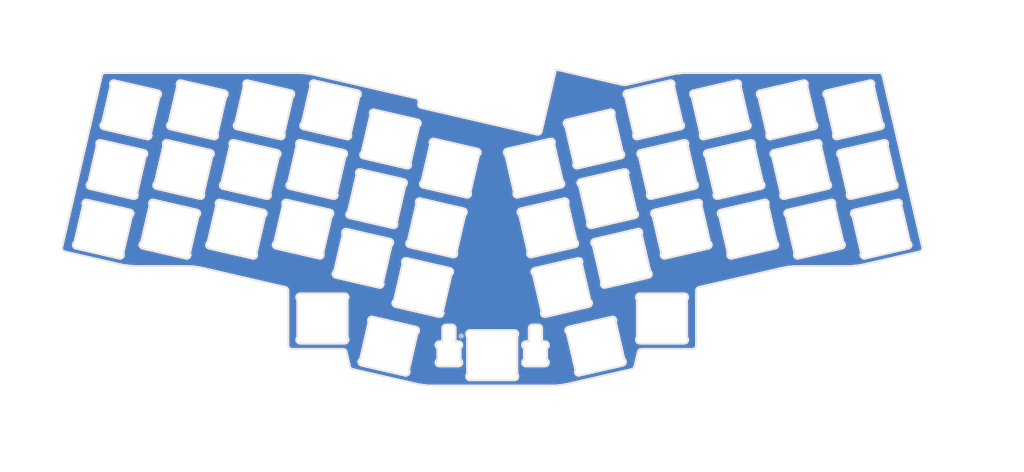
<source format=kicad_pcb>
(kicad_pcb (version 20171130) (host pcbnew 5.1.9)
  (layers (0 F.Cu signal) (31 B.Cu signal) (34 B.Paste user hide) (35 F.Paste user hide) (36 B.SilkS user) (37 F.SilkS user) (38 B.Mask user) (39 F.Mask user) (44 Edge.Cuts user))
  (net 0 "")
  (module keeblib:rev41lp_edgecutSwitchPlate (layer F.Cu) (at 143.469331 59.724862)
    (fp_text reference rev41lp_edgecutSwitchPlate hide)
    (fp_text value rev41lp_edgecutSwitchPlate)
    (fp_line (start 37.146773 3.355529) (end 49.460861 0.512598) (layer Edge.Cuts) (width 0.2))
    (fp_line (start 17.652512 -0.937338) (end 36.246969 3.355529) (layer Edge.Cuts) (width 0.2))
    (fp_line (start 13.652882 16.386961) (end 17.652512 -0.937338) (layer Edge.Cuts) (width 0.2))
    (fp_line (start -19.720137 9.708496) (end 12.453561 17.13638) (layer Edge.Cuts) (width 0.2))
    (fp_line (start -20.408819 8.246095) (end -20.469556 8.509175) (layer Edge.Cuts) (width 0.2))
    (fp_line (start -49.460861 0.512598) (end -21.158238 7.046774) (layer Edge.Cuts) (width 0.2))
    (fp_line (start -107.33246 0) (end -53.959882 0) (layer Edge.Cuts) (width 0.2))
    (fp_line (start -119.323515 48.493552) (end -108.30683 0.775048) (layer Edge.Cuts) (width 0.2))
    (fp_line (start -103.255744 53.229393) (end -118.574096 49.692873) (layer Edge.Cuts) (width 0.2))
    (fp_line (start -84.840673 53.741992) (end -98.756722 53.741992) (layer Edge.Cuts) (width 0.2))
    (fp_line (start -57.380101 59.555682) (end -80.341652 54.25459) (layer Edge.Cuts) (width 0.2))
    (fp_line (start -56.605052 75.74074) (end -56.605052 60.530052) (layer Edge.Cuts) (width 0.2))
    (fp_line (start -41.416042 76.74074) (end -55.605052 76.74074) (layer Edge.Cuts) (width 0.2))
    (fp_line (start -39.503394 81.579917) (end -40.441671 77.515789) (layer Edge.Cuts) (width 0.2))
    (fp_line (start -21.009942 86.425869) (end -38.753975 82.329336) (layer Edge.Cuts) (width 0.2))
    (fp_line (start 16.510921 86.938468) (end -16.510921 86.938468) (layer Edge.Cuts) (width 0.2))
    (fp_line (start 38.753975 82.329336) (end 21.009942 86.425869) (layer Edge.Cuts) (width 0.2))
    (fp_line (start 40.441671 77.515789) (end 39.503394 81.579917) (layer Edge.Cuts) (width 0.2))
    (fp_line (start 55.605052 76.74074) (end 41.416042 76.74074) (layer Edge.Cuts) (width 0.2))
    (fp_line (start 56.605052 60.530052) (end 56.605052 75.74074) (layer Edge.Cuts) (width 0.2))
    (fp_line (start 80.341652 54.25459) (end 57.380101 59.555682) (layer Edge.Cuts) (width 0.2))
    (fp_line (start 98.756722 53.741992) (end 84.840673 53.741992) (layer Edge.Cuts) (width 0.2))
    (fp_line (start 118.574096 49.692873) (end 103.255744 53.229393) (layer Edge.Cuts) (width 0.2))
    (fp_line (start 108.30683 0.775048) (end 119.323515 48.493552) (layer Edge.Cuts) (width 0.2))
    (fp_line (start 53.959882 0) (end 107.33246 0) (layer Edge.Cuts) (width 0.2))
    (fp_line (start -37.253202 4.973045) (end -49.290321 2.194057) (layer Edge.Cuts) (width 0.2))
    (fp_line (start -39.272604 16.934639) (end -36.928936 6.783095) (layer Edge.Cuts) (width 0.2))
    (fp_line (start -52.394645 15.640364) (end -40.357526 18.419352) (layer Edge.Cuts) (width 0.2))
    (fp_line (start -50.375243 3.67877) (end -52.718911 13.830314) (layer Edge.Cuts) (width 0.2))
    (fp_line (start -55.726676 4.973045) (end -67.763795 2.194057) (layer Edge.Cuts) (width 0.2))
    (fp_line (start -57.746078 16.934639) (end -55.40241 6.783095) (layer Edge.Cuts) (width 0.2))
    (fp_line (start -70.868119 15.640364) (end -58.831 18.419352) (layer Edge.Cuts) (width 0.2))
    (fp_line (start -68.848717 3.67877) (end -71.192385 13.830314) (layer Edge.Cuts) (width 0.2))
    (fp_line (start -74.20015 4.973045) (end -86.237269 2.194057) (layer Edge.Cuts) (width 0.2))
    (fp_line (start -76.219552 16.934639) (end -73.875884 6.783095) (layer Edge.Cuts) (width 0.2))
    (fp_line (start -89.341593 15.640364) (end -77.304474 18.419352) (layer Edge.Cuts) (width 0.2))
    (fp_line (start -87.322191 3.67877) (end -89.665859 13.830314) (layer Edge.Cuts) (width 0.2))
    (fp_line (start -92.673624 4.973045) (end -104.710743 2.194057) (layer Edge.Cuts) (width 0.2))
    (fp_line (start -94.693026 16.934639) (end -92.349358 6.783095) (layer Edge.Cuts) (width 0.2))
    (fp_line (start -107.815067 15.640364) (end -95.777948 18.419352) (layer Edge.Cuts) (width 0.2))
    (fp_line (start -105.795665 3.67877) (end -108.139333 13.830314) (layer Edge.Cuts) (width 0.2))
    (fp_line (start -20.649354 13.071283) (end -32.686472 10.292295) (layer Edge.Cuts) (width 0.2))
    (fp_line (start -22.668756 25.032877) (end -20.325087 14.881333) (layer Edge.Cuts) (width 0.2))
    (fp_line (start -35.790797 23.738602) (end -23.753678 26.51759) (layer Edge.Cuts) (width 0.2))
    (fp_line (start -33.771394 11.777008) (end -36.115063 21.928552) (layer Edge.Cuts) (width 0.2))
    (fp_line (start -4.045505 21.169521) (end -16.082624 18.390533) (layer Edge.Cuts) (width 0.2))
    (fp_line (start -6.064908 33.131115) (end -3.721239 22.979571) (layer Edge.Cuts) (width 0.2))
    (fp_line (start -19.186948 31.83684) (end -7.14983 34.615828) (layer Edge.Cuts) (width 0.2))
    (fp_line (start -17.167546 19.875246) (end -19.511215 30.02679) (layer Edge.Cuts) (width 0.2))
    (fp_line (start -41.07737 21.537336) (end -53.114489 18.758348) (layer Edge.Cuts) (width 0.2))
    (fp_line (start -43.096772 33.49893) (end -40.753104 23.347386) (layer Edge.Cuts) (width 0.2))
    (fp_line (start -56.218813 32.204655) (end -44.181694 34.983643) (layer Edge.Cuts) (width 0.2))
    (fp_line (start -54.199411 20.243061) (end -56.543079 30.394605) (layer Edge.Cuts) (width 0.2))
    (fp_line (start -44.901538 38.101627) (end -56.938657 35.322639) (layer Edge.Cuts) (width 0.2))
    (fp_line (start -46.92094 50.063221) (end -44.577272 39.911677) (layer Edge.Cuts) (width 0.2))
    (fp_line (start -60.042981 48.768946) (end -48.005862 51.547934) (layer Edge.Cuts) (width 0.2))
    (fp_line (start -58.023579 36.807352) (end -60.367247 46.958897) (layer Edge.Cuts) (width 0.2))
    (fp_line (start -59.550844 21.537336) (end -71.587963 18.758348) (layer Edge.Cuts) (width 0.2))
    (fp_line (start -61.570246 33.49893) (end -59.226578 23.347386) (layer Edge.Cuts) (width 0.2))
    (fp_line (start -74.692287 32.204655) (end -62.655168 34.983643) (layer Edge.Cuts) (width 0.2))
    (fp_line (start -72.672885 20.243061) (end -75.016553 30.394605) (layer Edge.Cuts) (width 0.2))
    (fp_line (start -78.024318 21.537336) (end -90.061437 18.758348) (layer Edge.Cuts) (width 0.2))
    (fp_line (start -80.04372 33.49893) (end -77.700052 23.347386) (layer Edge.Cuts) (width 0.2))
    (fp_line (start -93.165761 32.204655) (end -81.128642 34.983643) (layer Edge.Cuts) (width 0.2))
    (fp_line (start -91.146359 20.243061) (end -93.490027 30.394605) (layer Edge.Cuts) (width 0.2))
    (fp_line (start -96.497792 21.537336) (end -108.53491 18.758348) (layer Edge.Cuts) (width 0.2))
    (fp_line (start -98.517194 33.49893) (end -96.173526 23.347386) (layer Edge.Cuts) (width 0.2))
    (fp_line (start -111.639235 32.204655) (end -99.602116 34.983643) (layer Edge.Cuts) (width 0.2))
    (fp_line (start -109.619832 20.243061) (end -111.963501 30.394605) (layer Edge.Cuts) (width 0.2))
    (fp_line (start -63.375012 38.101627) (end -75.412131 35.322639) (layer Edge.Cuts) (width 0.2))
    (fp_line (start -65.394414 50.063221) (end -63.050746 39.911677) (layer Edge.Cuts) (width 0.2))
    (fp_line (start -78.516455 48.768946) (end -66.479336 51.547934) (layer Edge.Cuts) (width 0.2))
    (fp_line (start -76.497053 36.807352) (end -78.840721 46.958897) (layer Edge.Cuts) (width 0.2))
    (fp_line (start -81.848486 38.101627) (end -93.885604 35.322639) (layer Edge.Cuts) (width 0.2))
    (fp_line (start -83.867888 50.063221) (end -81.52422 39.911677) (layer Edge.Cuts) (width 0.2))
    (fp_line (start -96.989929 48.768946) (end -84.95281 51.547934) (layer Edge.Cuts) (width 0.2))
    (fp_line (start -94.970526 36.807352) (end -97.314195 46.958897) (layer Edge.Cuts) (width 0.2))
    (fp_line (start -100.32196 38.101627) (end -112.359078 35.322639) (layer Edge.Cuts) (width 0.2))
    (fp_line (start -102.341362 50.063221) (end -99.997694 39.911677) (layer Edge.Cuts) (width 0.2))
    (fp_line (start -115.463403 48.768946) (end -103.426284 51.547934) (layer Edge.Cuts) (width 0.2))
    (fp_line (start -113.444 36.807352) (end -115.787669 46.958897) (layer Edge.Cuts) (width 0.2))
    (fp_line (start -24.473521 29.635574) (end -36.51064 26.856586) (layer Edge.Cuts) (width 0.2))
    (fp_line (start -26.492924 41.597168) (end -24.149255 31.445624) (layer Edge.Cuts) (width 0.2))
    (fp_line (start -39.614965 40.302893) (end -27.577846 43.081881) (layer Edge.Cuts) (width 0.2))
    (fp_line (start -37.595562 28.341299) (end -39.939231 38.492843) (layer Edge.Cuts) (width 0.2))
    (fp_line (start -7.869673 37.733812) (end -19.906792 34.954824) (layer Edge.Cuts) (width 0.2))
    (fp_line (start -9.889076 49.695406) (end -7.545407 39.543862) (layer Edge.Cuts) (width 0.2))
    (fp_line (start -23.011116 48.401131) (end -10.973998 51.180119) (layer Edge.Cuts) (width 0.2))
    (fp_line (start -20.991714 36.439537) (end -23.335383 46.591081) (layer Edge.Cuts) (width 0.2))
    (fp_line (start -28.297689 46.199865) (end -40.334808 43.420877) (layer Edge.Cuts) (width 0.2))
    (fp_line (start -30.317092 58.161459) (end -27.973423 48.009915) (layer Edge.Cuts) (width 0.2))
    (fp_line (start -43.439133 56.867184) (end -31.402014 59.646172) (layer Edge.Cuts) (width 0.2))
    (fp_line (start -41.41973 44.90559) (end -43.763399 55.057134) (layer Edge.Cuts) (width 0.2))
    (fp_line (start -11.693841 54.298103) (end -23.73096 51.519115) (layer Edge.Cuts) (width 0.2))
    (fp_line (start -13.713244 66.259697) (end -11.369575 56.108153) (layer Edge.Cuts) (width 0.2))
    (fp_line (start -26.835284 64.965422) (end -14.798166 67.74441) (layer Edge.Cuts) (width 0.2))
    (fp_line (start -24.815882 53.003828) (end -27.15955 63.155372) (layer Edge.Cuts) (width 0.2))
    (fp_line (start 49.290321 2.194057) (end 37.253202 4.973045) (layer Edge.Cuts) (width 0.2))
    (fp_line (start 52.718911 13.830314) (end 50.375243 3.67877) (layer Edge.Cuts) (width 0.2))
    (fp_line (start 40.357526 18.419352) (end 52.394645 15.640364) (layer Edge.Cuts) (width 0.2))
    (fp_line (start 36.928936 6.783095) (end 39.272604 16.934639) (layer Edge.Cuts) (width 0.2))
    (fp_line (start 67.763795 2.194057) (end 55.726676 4.973045) (layer Edge.Cuts) (width 0.2))
    (fp_line (start 71.192385 13.830314) (end 68.848717 3.67877) (layer Edge.Cuts) (width 0.2))
    (fp_line (start 58.831 18.419352) (end 70.868119 15.640364) (layer Edge.Cuts) (width 0.2))
    (fp_line (start 55.40241 6.783095) (end 57.746078 16.934639) (layer Edge.Cuts) (width 0.2))
    (fp_line (start 86.237269 2.194057) (end 74.20015 4.973045) (layer Edge.Cuts) (width 0.2))
    (fp_line (start 89.665859 13.830314) (end 87.322191 3.67877) (layer Edge.Cuts) (width 0.2))
    (fp_line (start 77.304474 18.419352) (end 89.341593 15.640364) (layer Edge.Cuts) (width 0.2))
    (fp_line (start 73.875884 6.783095) (end 76.219552 16.934639) (layer Edge.Cuts) (width 0.2))
    (fp_line (start 104.710743 2.194057) (end 92.673624 4.973045) (layer Edge.Cuts) (width 0.2))
    (fp_line (start 108.139333 13.830314) (end 105.795665 3.67877) (layer Edge.Cuts) (width 0.2))
    (fp_line (start 95.777948 18.419352) (end 107.815067 15.640364) (layer Edge.Cuts) (width 0.2))
    (fp_line (start 92.349358 6.783095) (end 94.693026 16.934639) (layer Edge.Cuts) (width 0.2))
    (fp_line (start 32.686472 10.292295) (end 20.649354 13.071283) (layer Edge.Cuts) (width 0.2))
    (fp_line (start 36.115063 21.928552) (end 33.771394 11.777008) (layer Edge.Cuts) (width 0.2))
    (fp_line (start 23.753678 26.51759) (end 35.790797 23.738602) (layer Edge.Cuts) (width 0.2))
    (fp_line (start 20.325087 14.881333) (end 22.668756 25.032877) (layer Edge.Cuts) (width 0.2))
    (fp_line (start 16.082624 18.390533) (end 4.045505 21.169521) (layer Edge.Cuts) (width 0.2))
    (fp_line (start 19.511215 30.02679) (end 17.167546 19.875246) (layer Edge.Cuts) (width 0.2))
    (fp_line (start 7.14983 34.615828) (end 19.186948 31.83684) (layer Edge.Cuts) (width 0.2))
    (fp_line (start 3.721239 22.979571) (end 6.064908 33.131115) (layer Edge.Cuts) (width 0.2))
    (fp_line (start 53.114489 18.758348) (end 41.07737 21.537336) (layer Edge.Cuts) (width 0.2))
    (fp_line (start 56.543079 30.394605) (end 54.199411 20.243061) (layer Edge.Cuts) (width 0.2))
    (fp_line (start 44.181694 34.983643) (end 56.218813 32.204655) (layer Edge.Cuts) (width 0.2))
    (fp_line (start 40.753104 23.347386) (end 43.096772 33.49893) (layer Edge.Cuts) (width 0.2))
    (fp_line (start 56.938657 35.322639) (end 44.901538 38.101627) (layer Edge.Cuts) (width 0.2))
    (fp_line (start 60.367247 46.958897) (end 58.023579 36.807352) (layer Edge.Cuts) (width 0.2))
    (fp_line (start 48.005862 51.547934) (end 60.042981 48.768946) (layer Edge.Cuts) (width 0.2))
    (fp_line (start 44.577272 39.911677) (end 46.92094 50.063221) (layer Edge.Cuts) (width 0.2))
    (fp_line (start 71.587963 18.758348) (end 59.550844 21.537336) (layer Edge.Cuts) (width 0.2))
    (fp_line (start 75.016553 30.394605) (end 72.672885 20.243061) (layer Edge.Cuts) (width 0.2))
    (fp_line (start 62.655168 34.983643) (end 74.692287 32.204655) (layer Edge.Cuts) (width 0.2))
    (fp_line (start 59.226578 23.347386) (end 61.570246 33.49893) (layer Edge.Cuts) (width 0.2))
    (fp_line (start 90.061437 18.758348) (end 78.024318 21.537336) (layer Edge.Cuts) (width 0.2))
    (fp_line (start 93.490027 30.394605) (end 91.146359 20.243061) (layer Edge.Cuts) (width 0.2))
    (fp_line (start 81.128642 34.983643) (end 93.165761 32.204655) (layer Edge.Cuts) (width 0.2))
    (fp_line (start 77.700052 23.347386) (end 80.04372 33.49893) (layer Edge.Cuts) (width 0.2))
    (fp_line (start 108.53491 18.758348) (end 96.497792 21.537336) (layer Edge.Cuts) (width 0.2))
    (fp_line (start 111.963501 30.394605) (end 109.619832 20.243061) (layer Edge.Cuts) (width 0.2))
    (fp_line (start 99.602116 34.983643) (end 111.639235 32.204655) (layer Edge.Cuts) (width 0.2))
    (fp_line (start 96.173526 23.347386) (end 98.517194 33.49893) (layer Edge.Cuts) (width 0.2))
    (fp_line (start 75.412131 35.322639) (end 63.375012 38.101627) (layer Edge.Cuts) (width 0.2))
    (fp_line (start 78.840721 46.958897) (end 76.497053 36.807352) (layer Edge.Cuts) (width 0.2))
    (fp_line (start 66.479336 51.547934) (end 78.516455 48.768946) (layer Edge.Cuts) (width 0.2))
    (fp_line (start 63.050746 39.911677) (end 65.394414 50.063221) (layer Edge.Cuts) (width 0.2))
    (fp_line (start 93.885604 35.322639) (end 81.848486 38.101627) (layer Edge.Cuts) (width 0.2))
    (fp_line (start 97.314195 46.958897) (end 94.970526 36.807352) (layer Edge.Cuts) (width 0.2))
    (fp_line (start 84.95281 51.547934) (end 96.989929 48.768946) (layer Edge.Cuts) (width 0.2))
    (fp_line (start 81.52422 39.911677) (end 83.867888 50.063221) (layer Edge.Cuts) (width 0.2))
    (fp_line (start 112.359078 35.322639) (end 100.32196 38.101627) (layer Edge.Cuts) (width 0.2))
    (fp_line (start 115.787669 46.958897) (end 113.444 36.807352) (layer Edge.Cuts) (width 0.2))
    (fp_line (start 103.426284 51.547934) (end 115.463403 48.768946) (layer Edge.Cuts) (width 0.2))
    (fp_line (start 99.997694 39.911677) (end 102.341362 50.063221) (layer Edge.Cuts) (width 0.2))
    (fp_line (start 36.51064 26.856586) (end 24.473521 29.635574) (layer Edge.Cuts) (width 0.2))
    (fp_line (start 39.939231 38.492843) (end 37.595562 28.341299) (layer Edge.Cuts) (width 0.2))
    (fp_line (start 27.577846 43.081881) (end 39.614965 40.302893) (layer Edge.Cuts) (width 0.2))
    (fp_line (start 24.149255 31.445624) (end 26.492924 41.597168) (layer Edge.Cuts) (width 0.2))
    (fp_line (start 19.906792 34.954824) (end 7.869673 37.733812) (layer Edge.Cuts) (width 0.2))
    (fp_line (start 23.335383 46.591081) (end 20.991714 36.439537) (layer Edge.Cuts) (width 0.2))
    (fp_line (start 10.973998 51.180119) (end 23.011116 48.401131) (layer Edge.Cuts) (width 0.2))
    (fp_line (start 7.545407 39.543862) (end 9.889076 49.695406) (layer Edge.Cuts) (width 0.2))
    (fp_line (start 40.334808 43.420877) (end 28.297689 46.199865) (layer Edge.Cuts) (width 0.2))
    (fp_line (start 43.763399 55.057134) (end 41.41973 44.90559) (layer Edge.Cuts) (width 0.2))
    (fp_line (start 31.402014 59.646172) (end 43.439133 56.867184) (layer Edge.Cuts) (width 0.2))
    (fp_line (start 27.973423 48.009915) (end 30.317092 58.161459) (layer Edge.Cuts) (width 0.2))
    (fp_line (start 23.73096 51.519115) (end 11.693841 54.298103) (layer Edge.Cuts) (width 0.2))
    (fp_line (start 27.15955 63.155372) (end 24.815882 53.003828) (layer Edge.Cuts) (width 0.2))
    (fp_line (start 14.798166 67.74441) (end 26.835284 64.965422) (layer Edge.Cuts) (width 0.2))
    (fp_line (start 11.369575 56.108153) (end 13.713244 66.259697) (layer Edge.Cuts) (width 0.2))
    (fp_line (start -21.110692 70.597526) (end -33.147811 67.818538) (layer Edge.Cuts) (width 0.2))
    (fp_line (start -23.130095 82.559119) (end -20.786426 72.407575) (layer Edge.Cuts) (width 0.2))
    (fp_line (start -36.252136 81.264845) (end -24.215017 84.043833) (layer Edge.Cuts) (width 0.2))
    (fp_line (start -34.232733 69.303251) (end -36.576402 79.454795) (layer Edge.Cuts) (width 0.2))
    (fp_line (start 6.176872 71.538468) (end -6.176872 71.538468) (layer Edge.Cuts) (width 0.2))
    (fp_line (start 6.9 83.647753) (end 6.9 73.229182) (layer Edge.Cuts) (width 0.2))
    (fp_line (start -6.176872 85.338468) (end 6.176872 85.338468) (layer Edge.Cuts) (width 0.2))
    (fp_line (start -6.9 73.229182) (end -6.9 83.647753) (layer Edge.Cuts) (width 0.2))
    (fp_line (start 33.147811 67.818538) (end 21.110692 70.597526) (layer Edge.Cuts) (width 0.2))
    (fp_line (start 36.576402 79.454795) (end 34.232733 69.303251) (layer Edge.Cuts) (width 0.2))
    (fp_line (start 24.215017 84.043833) (end 36.252136 81.264845) (layer Edge.Cuts) (width 0.2))
    (fp_line (start 20.786426 72.407575) (end 23.130095 82.559119) (layer Edge.Cuts) (width 0.2))
    (fp_line (start -15.15 76.504493) (end -15.149999 79.622442) (layer Edge.Cuts) (width 0.2))
    (fp_line (start -13.8 74.638468) (end -14.649999 74.638468) (layer Edge.Cuts) (width 0.2))
    (fp_line (start -13.8 70.988468) (end -13.8 74.638468) (layer Edge.Cuts) (width 0.2))
    (fp_line (start -11.2 69.988468) (end -12.8 69.988468) (layer Edge.Cuts) (width 0.2))
    (fp_line (start -10.2 74.638468) (end -10.2 70.988468) (layer Edge.Cuts) (width 0.2))
    (fp_line (start -9.35 74.638468) (end -10.2 74.638468) (layer Edge.Cuts) (width 0.2))
    (fp_line (start -8.85 79.622442) (end -8.85 76.504493) (layer Edge.Cuts) (width 0.2))
    (fp_line (start -14.649999 81.488468) (end -9.35 81.488468) (layer Edge.Cuts) (width 0.2))
    (fp_line (start 14.649999 81.488468) (end 9.35 81.488468) (layer Edge.Cuts) (width 0.2))
    (fp_line (start 15.15 76.504493) (end 15.149999 79.622442) (layer Edge.Cuts) (width 0.2))
    (fp_line (start 13.8 74.638468) (end 14.649999 74.638468) (layer Edge.Cuts) (width 0.2))
    (fp_line (start 13.8 70.988468) (end 13.8 74.638468) (layer Edge.Cuts) (width 0.2))
    (fp_line (start 11.2 69.988468) (end 12.8 69.988468) (layer Edge.Cuts) (width 0.2))
    (fp_line (start 10.2 74.638468) (end 10.2 70.988468) (layer Edge.Cuts) (width 0.2))
    (fp_line (start 9.35 74.638468) (end 10.2 74.638468) (layer Edge.Cuts) (width 0.2))
    (fp_line (start 8.85 79.622442) (end 8.849999 76.504493) (layer Edge.Cuts) (width 0.2))
    (fp_line (start 53.281924 61.34074) (end 40.928179 61.34074) (layer Edge.Cuts) (width 0.2))
    (fp_line (start 54.005052 73.450026) (end 54.005052 63.031455) (layer Edge.Cuts) (width 0.2))
    (fp_line (start 40.928179 75.14074) (end 53.281924 75.14074) (layer Edge.Cuts) (width 0.2))
    (fp_line (start 40.205052 63.031455) (end 40.205052 73.450026) (layer Edge.Cuts) (width 0.2))
    (fp_line (start -40.928179 61.34074) (end -53.281924 61.34074) (layer Edge.Cuts) (width 0.2))
    (fp_line (start -40.205052 73.450026) (end -40.205052 63.031455) (layer Edge.Cuts) (width 0.2))
    (fp_line (start -53.281924 75.14074) (end -40.928179 75.14074) (layer Edge.Cuts) (width 0.2))
    (fp_line (start -54.005052 63.031455) (end -54.005052 73.450026) (layer Edge.Cuts) (width 0.2))
    (fp_arc (start 36.696871 1.406789) (end 36.246969 3.355529) (angle -26) (layer Edge.Cuts) (width 0.2))
    (fp_arc (start 12.678512 16.162009) (end 12.453561 17.13638) (angle -90) (layer Edge.Cuts) (width 0.2))
    (fp_arc (start -19.495186 8.734126) (end -20.469556 8.509175) (angle -90) (layer Edge.Cuts) (width 0.2))
    (fp_arc (start -21.383189 8.021144) (end -20.408819 8.246095) (angle -90) (layer Edge.Cuts) (width 0.2))
    (fp_arc (start -53.959882 20) (end -49.460861 0.512598) (angle -13) (layer Edge.Cuts) (width 0.2))
    (fp_arc (start -107.33246 0.999999) (end -107.33246 0) (angle -77) (layer Edge.Cuts) (width 0.2))
    (fp_arc (start -118.349145 48.718503) (end -119.323515 48.493552) (angle -90) (layer Edge.Cuts) (width 0.2))
    (fp_arc (start -98.756722 33.741992) (end -103.255744 53.229393) (angle -13) (layer Edge.Cuts) (width 0.2))
    (fp_arc (start -84.840673 73.741992) (end -80.341652 54.25459) (angle -13) (layer Edge.Cuts) (width 0.2))
    (fp_arc (start -57.605052 60.530052) (end -56.605052 60.530052) (angle -77) (layer Edge.Cuts) (width 0.2))
    (fp_arc (start -55.605052 75.74074) (end -56.605052 75.74074) (angle -90) (layer Edge.Cuts) (width 0.2))
    (fp_arc (start -41.416042 77.74074) (end -40.441671 77.515789) (angle -77) (layer Edge.Cuts) (width 0.2))
    (fp_arc (start -38.529024 81.354966) (end -39.503394 81.579917) (angle -64) (layer Edge.Cuts) (width 0.2))
    (fp_arc (start -16.510921 66.938468) (end -21.009942 86.425869) (angle -13) (layer Edge.Cuts) (width 0.2))
    (fp_arc (start 16.510921 66.938468) (end 16.510921 86.938468) (angle -13) (layer Edge.Cuts) (width 0.2))
    (fp_arc (start 38.529024 81.354966) (end 38.753975 82.329336) (angle -64) (layer Edge.Cuts) (width 0.2))
    (fp_arc (start 41.416042 77.74074) (end 41.416042 76.74074) (angle -77) (layer Edge.Cuts) (width 0.2))
    (fp_arc (start 55.605052 75.74074) (end 55.605052 76.74074) (angle -90) (layer Edge.Cuts) (width 0.2))
    (fp_arc (start 57.605052 60.530052) (end 57.380101 59.555682) (angle -77) (layer Edge.Cuts) (width 0.2))
    (fp_arc (start 84.840673 73.741992) (end 84.840673 53.741992) (angle -13) (layer Edge.Cuts) (width 0.2))
    (fp_arc (start 98.756722 33.741992) (end 98.756722 53.741992) (angle -13) (layer Edge.Cuts) (width 0.2))
    (fp_arc (start 118.349145 48.718503) (end 118.574096 49.692873) (angle -90) (layer Edge.Cuts) (width 0.2))
    (fp_arc (start 107.33246 0.999999) (end 108.30683 0.775048) (angle -77) (layer Edge.Cuts) (width 0.2))
    (fp_arc (start 53.959882 20) (end 53.959882 0) (angle -13) (layer Edge.Cuts) (width 0.2))
    (fp_arc (start -49.515272 3.168427) (end -49.290321 2.194057) (angle -133.6866772) (layer Edge.Cuts) (width 0.2))
    (fp_arc (start -37.478153 5.947415) (end -36.928936 6.783095) (angle -133.6866772) (layer Edge.Cuts) (width 0.2))
    (fp_arc (start -40.132575 17.444982) (end -40.357526 18.419352) (angle -133.6866772) (layer Edge.Cuts) (width 0.2))
    (fp_arc (start -52.169694 14.665994) (end -52.718911 13.830314) (angle -133.6866772) (layer Edge.Cuts) (width 0.2))
    (fp_arc (start -67.988746 3.168427) (end -67.763795 2.194057) (angle -133.6866772) (layer Edge.Cuts) (width 0.2))
    (fp_arc (start -55.951627 5.947415) (end -55.40241 6.783095) (angle -133.6866772) (layer Edge.Cuts) (width 0.2))
    (fp_arc (start -58.606049 17.444982) (end -58.831 18.419352) (angle -133.6866772) (layer Edge.Cuts) (width 0.2))
    (fp_arc (start -70.643168 14.665994) (end -71.192385 13.830314) (angle -133.6866772) (layer Edge.Cuts) (width 0.2))
    (fp_arc (start -86.46222 3.168427) (end -86.237269 2.194057) (angle -133.6866772) (layer Edge.Cuts) (width 0.2))
    (fp_arc (start -74.425101 5.947415) (end -73.875884 6.783095) (angle -133.6866772) (layer Edge.Cuts) (width 0.2))
    (fp_arc (start -77.079523 17.444982) (end -77.304474 18.419352) (angle -133.6866772) (layer Edge.Cuts) (width 0.2))
    (fp_arc (start -89.116642 14.665994) (end -89.665859 13.830314) (angle -133.6866772) (layer Edge.Cuts) (width 0.2))
    (fp_arc (start -104.935694 3.168427) (end -104.710743 2.194057) (angle -133.6866772) (layer Edge.Cuts) (width 0.2))
    (fp_arc (start -92.898575 5.947415) (end -92.349358 6.783095) (angle -133.6866772) (layer Edge.Cuts) (width 0.2))
    (fp_arc (start -95.552997 17.444982) (end -95.777948 18.419352) (angle -133.6866772) (layer Edge.Cuts) (width 0.2))
    (fp_arc (start -107.590116 14.665994) (end -108.139333 13.830314) (angle -133.6866772) (layer Edge.Cuts) (width 0.2))
    (fp_arc (start -32.911423 11.266665) (end -32.686472 10.292295) (angle -133.6866772) (layer Edge.Cuts) (width 0.2))
    (fp_arc (start -20.874305 14.045653) (end -20.325087 14.881333) (angle -133.6866772) (layer Edge.Cuts) (width 0.2))
    (fp_arc (start -23.528727 25.54322) (end -23.753678 26.51759) (angle -133.6866772) (layer Edge.Cuts) (width 0.2))
    (fp_arc (start -35.565846 22.764232) (end -36.115063 21.928552) (angle -133.6866772) (layer Edge.Cuts) (width 0.2))
    (fp_arc (start -16.307575 19.364903) (end -16.082624 18.390533) (angle -133.6866772) (layer Edge.Cuts) (width 0.2))
    (fp_arc (start -4.270456 22.143891) (end -3.721239 22.979571) (angle -133.6866772) (layer Edge.Cuts) (width 0.2))
    (fp_arc (start -6.924879 33.641458) (end -7.14983 34.615828) (angle -133.6866772) (layer Edge.Cuts) (width 0.2))
    (fp_arc (start -18.961997 30.86247) (end -19.511215 30.02679) (angle -133.6866772) (layer Edge.Cuts) (width 0.2))
    (fp_arc (start -53.33944 19.732718) (end -53.114489 18.758348) (angle -133.6866772) (layer Edge.Cuts) (width 0.2))
    (fp_arc (start -41.302321 22.511706) (end -40.753104 23.347386) (angle -133.6866772) (layer Edge.Cuts) (width 0.2))
    (fp_arc (start -43.956743 34.009273) (end -44.181694 34.983643) (angle -133.6866772) (layer Edge.Cuts) (width 0.2))
    (fp_arc (start -55.993862 31.230285) (end -56.543079 30.394605) (angle -133.6866772) (layer Edge.Cuts) (width 0.2))
    (fp_arc (start -57.163608 36.297009) (end -56.938657 35.322639) (angle -133.6866772) (layer Edge.Cuts) (width 0.2))
    (fp_arc (start -45.126489 39.075997) (end -44.577272 39.911677) (angle -133.6866772) (layer Edge.Cuts) (width 0.2))
    (fp_arc (start -47.780911 50.573564) (end -48.005862 51.547934) (angle -133.6866772) (layer Edge.Cuts) (width 0.2))
    (fp_arc (start -59.81803 47.794576) (end -60.367247 46.958897) (angle -133.6866772) (layer Edge.Cuts) (width 0.2))
    (fp_arc (start -71.812914 19.732718) (end -71.587963 18.758348) (angle -133.6866772) (layer Edge.Cuts) (width 0.2))
    (fp_arc (start -59.775795 22.511706) (end -59.226578 23.347386) (angle -133.6866772) (layer Edge.Cuts) (width 0.2))
    (fp_arc (start -62.430217 34.009273) (end -62.655168 34.983643) (angle -133.6866772) (layer Edge.Cuts) (width 0.2))
    (fp_arc (start -74.467336 31.230285) (end -75.016553 30.394605) (angle -133.6866772) (layer Edge.Cuts) (width 0.2))
    (fp_arc (start -90.286388 19.732718) (end -90.061437 18.758348) (angle -133.6866772) (layer Edge.Cuts) (width 0.2))
    (fp_arc (start -78.249269 22.511706) (end -77.700052 23.347386) (angle -133.6866772) (layer Edge.Cuts) (width 0.2))
    (fp_arc (start -80.903691 34.009273) (end -81.128642 34.983643) (angle -133.6866772) (layer Edge.Cuts) (width 0.2))
    (fp_arc (start -92.94081 31.230285) (end -93.490027 30.394605) (angle -133.6866772) (layer Edge.Cuts) (width 0.2))
    (fp_arc (start -108.759862 19.732718) (end -108.53491 18.758348) (angle -133.6866772) (layer Edge.Cuts) (width 0.2))
    (fp_arc (start -96.722743 22.511706) (end -96.173526 23.347386) (angle -133.6866772) (layer Edge.Cuts) (width 0.2))
    (fp_arc (start -99.377165 34.009273) (end -99.602116 34.983643) (angle -133.6866772) (layer Edge.Cuts) (width 0.2))
    (fp_arc (start -111.414284 31.230285) (end -111.963501 30.394605) (angle -133.6866772) (layer Edge.Cuts) (width 0.2))
    (fp_arc (start -75.637082 36.297009) (end -75.412131 35.322639) (angle -133.6866772) (layer Edge.Cuts) (width 0.2))
    (fp_arc (start -63.599963 39.075997) (end -63.050746 39.911677) (angle -133.6866772) (layer Edge.Cuts) (width 0.2))
    (fp_arc (start -66.254385 50.573564) (end -66.479336 51.547934) (angle -133.6866772) (layer Edge.Cuts) (width 0.2))
    (fp_arc (start -78.291504 47.794576) (end -78.840721 46.958897) (angle -133.6866772) (layer Edge.Cuts) (width 0.2))
    (fp_arc (start -94.110556 36.297009) (end -93.885604 35.322639) (angle -133.6866772) (layer Edge.Cuts) (width 0.2))
    (fp_arc (start -82.073437 39.075997) (end -81.52422 39.911677) (angle -133.6866772) (layer Edge.Cuts) (width 0.2))
    (fp_arc (start -84.727859 50.573564) (end -84.95281 51.547934) (angle -133.6866772) (layer Edge.Cuts) (width 0.2))
    (fp_arc (start -96.764978 47.794576) (end -97.314195 46.958897) (angle -133.6866772) (layer Edge.Cuts) (width 0.2))
    (fp_arc (start -112.584029 36.297009) (end -112.359078 35.322639) (angle -133.6866772) (layer Edge.Cuts) (width 0.2))
    (fp_arc (start -100.546911 39.075997) (end -99.997694 39.911677) (angle -133.6866772) (layer Edge.Cuts) (width 0.2))
    (fp_arc (start -103.201333 50.573564) (end -103.426284 51.547934) (angle -133.6866772) (layer Edge.Cuts) (width 0.2))
    (fp_arc (start -115.238452 47.794576) (end -115.787669 46.958897) (angle -133.6866772) (layer Edge.Cuts) (width 0.2))
    (fp_arc (start -36.735591 27.830956) (end -36.51064 26.856586) (angle -133.6866772) (layer Edge.Cuts) (width 0.2))
    (fp_arc (start -24.698473 30.609944) (end -24.149255 31.445624) (angle -133.6866772) (layer Edge.Cuts) (width 0.2))
    (fp_arc (start -27.352895 42.107511) (end -27.577846 43.081881) (angle -133.6866772) (layer Edge.Cuts) (width 0.2))
    (fp_arc (start -39.390014 39.328523) (end -39.939231 38.492843) (angle -133.6866772) (layer Edge.Cuts) (width 0.2))
    (fp_arc (start -20.131743 35.929194) (end -19.906792 34.954824) (angle -133.6866772) (layer Edge.Cuts) (width 0.2))
    (fp_arc (start -8.094624 38.708182) (end -7.545407 39.543862) (angle -133.6866772) (layer Edge.Cuts) (width 0.2))
    (fp_arc (start -10.749047 50.205749) (end -10.973998 51.180119) (angle -133.6866772) (layer Edge.Cuts) (width 0.2))
    (fp_arc (start -22.786165 47.426761) (end -23.335383 46.591081) (angle -133.6866772) (layer Edge.Cuts) (width 0.2))
    (fp_arc (start -40.559759 44.395247) (end -40.334808 43.420877) (angle -133.6866772) (layer Edge.Cuts) (width 0.2))
    (fp_arc (start -28.52264 47.174235) (end -27.973423 48.009915) (angle -133.6866772) (layer Edge.Cuts) (width 0.2))
    (fp_arc (start -31.177063 58.671802) (end -31.402014 59.646172) (angle -133.6866772) (layer Edge.Cuts) (width 0.2))
    (fp_arc (start -43.214182 55.892814) (end -43.763399 55.057134) (angle -133.6866772) (layer Edge.Cuts) (width 0.2))
    (fp_arc (start -23.955911 52.493485) (end -23.73096 51.519115) (angle -133.6866772) (layer Edge.Cuts) (width 0.2))
    (fp_arc (start -11.918792 55.272473) (end -11.369575 56.108153) (angle -133.6866772) (layer Edge.Cuts) (width 0.2))
    (fp_arc (start -14.573214 66.77004) (end -14.798166 67.74441) (angle -133.6866772) (layer Edge.Cuts) (width 0.2))
    (fp_arc (start -26.610333 63.991052) (end -27.15955 63.155372) (angle -133.6866772) (layer Edge.Cuts) (width 0.2))
    (fp_arc (start 37.478153 5.947415) (end 37.253202 4.973045) (angle -133.6866772) (layer Edge.Cuts) (width 0.2))
    (fp_arc (start 49.515272 3.168427) (end 50.375243 3.67877) (angle -133.6866772) (layer Edge.Cuts) (width 0.2))
    (fp_arc (start 52.169694 14.665994) (end 52.394645 15.640364) (angle -133.6866772) (layer Edge.Cuts) (width 0.2))
    (fp_arc (start 40.132575 17.444982) (end 39.272604 16.934639) (angle -133.6866772) (layer Edge.Cuts) (width 0.2))
    (fp_arc (start 55.951627 5.947415) (end 55.726676 4.973045) (angle -133.6866772) (layer Edge.Cuts) (width 0.2))
    (fp_arc (start 67.988746 3.168427) (end 68.848717 3.67877) (angle -133.6866772) (layer Edge.Cuts) (width 0.2))
    (fp_arc (start 70.643168 14.665994) (end 70.868119 15.640364) (angle -133.6866772) (layer Edge.Cuts) (width 0.2))
    (fp_arc (start 58.606049 17.444982) (end 57.746078 16.934639) (angle -133.6866772) (layer Edge.Cuts) (width 0.2))
    (fp_arc (start 74.425101 5.947415) (end 74.20015 4.973045) (angle -133.6866772) (layer Edge.Cuts) (width 0.2))
    (fp_arc (start 86.46222 3.168427) (end 87.322191 3.67877) (angle -133.6866772) (layer Edge.Cuts) (width 0.2))
    (fp_arc (start 89.116642 14.665994) (end 89.341593 15.640364) (angle -133.6866772) (layer Edge.Cuts) (width 0.2))
    (fp_arc (start 77.079523 17.444982) (end 76.219552 16.934639) (angle -133.6866772) (layer Edge.Cuts) (width 0.2))
    (fp_arc (start 92.898575 5.947415) (end 92.673624 4.973045) (angle -133.6866772) (layer Edge.Cuts) (width 0.2))
    (fp_arc (start 104.935694 3.168427) (end 105.795665 3.67877) (angle -133.6866772) (layer Edge.Cuts) (width 0.2))
    (fp_arc (start 107.590116 14.665994) (end 107.815067 15.640364) (angle -133.6866772) (layer Edge.Cuts) (width 0.2))
    (fp_arc (start 95.552997 17.444982) (end 94.693026 16.934639) (angle -133.6866772) (layer Edge.Cuts) (width 0.2))
    (fp_arc (start 20.874305 14.045653) (end 20.649354 13.071283) (angle -133.6866772) (layer Edge.Cuts) (width 0.2))
    (fp_arc (start 32.911423 11.266665) (end 33.771394 11.777008) (angle -133.6866772) (layer Edge.Cuts) (width 0.2))
    (fp_arc (start 35.565846 22.764232) (end 35.790797 23.738602) (angle -133.6866772) (layer Edge.Cuts) (width 0.2))
    (fp_arc (start 23.528727 25.54322) (end 22.668756 25.032877) (angle -133.6866772) (layer Edge.Cuts) (width 0.2))
    (fp_arc (start 4.270456 22.143891) (end 4.045505 21.169521) (angle -133.6866772) (layer Edge.Cuts) (width 0.2))
    (fp_arc (start 16.307575 19.364903) (end 17.167546 19.875246) (angle -133.6866772) (layer Edge.Cuts) (width 0.2))
    (fp_arc (start 18.961997 30.86247) (end 19.186948 31.83684) (angle -133.6866772) (layer Edge.Cuts) (width 0.2))
    (fp_arc (start 6.924879 33.641458) (end 6.064908 33.131115) (angle -133.6866772) (layer Edge.Cuts) (width 0.2))
    (fp_arc (start 41.302321 22.511706) (end 41.07737 21.537336) (angle -133.6866772) (layer Edge.Cuts) (width 0.2))
    (fp_arc (start 53.33944 19.732718) (end 54.199411 20.243061) (angle -133.6866772) (layer Edge.Cuts) (width 0.2))
    (fp_arc (start 55.993862 31.230285) (end 56.218813 32.204655) (angle -133.6866772) (layer Edge.Cuts) (width 0.2))
    (fp_arc (start 43.956743 34.009273) (end 43.096772 33.49893) (angle -133.6866772) (layer Edge.Cuts) (width 0.2))
    (fp_arc (start 45.126489 39.075997) (end 44.901538 38.101627) (angle -133.6866772) (layer Edge.Cuts) (width 0.2))
    (fp_arc (start 57.163608 36.297009) (end 58.023579 36.807352) (angle -133.6866772) (layer Edge.Cuts) (width 0.2))
    (fp_arc (start 59.81803 47.794576) (end 60.042981 48.768946) (angle -133.6866772) (layer Edge.Cuts) (width 0.2))
    (fp_arc (start 47.780911 50.573564) (end 46.92094 50.063221) (angle -133.6866772) (layer Edge.Cuts) (width 0.2))
    (fp_arc (start 59.775795 22.511706) (end 59.550844 21.537336) (angle -133.6866772) (layer Edge.Cuts) (width 0.2))
    (fp_arc (start 71.812914 19.732718) (end 72.672885 20.243061) (angle -133.6866772) (layer Edge.Cuts) (width 0.2))
    (fp_arc (start 74.467336 31.230285) (end 74.692287 32.204655) (angle -133.6866772) (layer Edge.Cuts) (width 0.2))
    (fp_arc (start 62.430217 34.009273) (end 61.570246 33.49893) (angle -133.6866772) (layer Edge.Cuts) (width 0.2))
    (fp_arc (start 78.249269 22.511706) (end 78.024318 21.537336) (angle -133.6866772) (layer Edge.Cuts) (width 0.2))
    (fp_arc (start 90.286388 19.732718) (end 91.146359 20.243061) (angle -133.6866772) (layer Edge.Cuts) (width 0.2))
    (fp_arc (start 92.94081 31.230285) (end 93.165761 32.204655) (angle -133.6866772) (layer Edge.Cuts) (width 0.2))
    (fp_arc (start 80.903691 34.009273) (end 80.04372 33.49893) (angle -133.6866772) (layer Edge.Cuts) (width 0.2))
    (fp_arc (start 96.722743 22.511706) (end 96.497792 21.537336) (angle -133.6866772) (layer Edge.Cuts) (width 0.2))
    (fp_arc (start 108.759862 19.732718) (end 109.619832 20.243061) (angle -133.6866772) (layer Edge.Cuts) (width 0.2))
    (fp_arc (start 111.414284 31.230285) (end 111.639235 32.204655) (angle -133.6866772) (layer Edge.Cuts) (width 0.2))
    (fp_arc (start 99.377165 34.009273) (end 98.517194 33.49893) (angle -133.6866772) (layer Edge.Cuts) (width 0.2))
    (fp_arc (start 63.599963 39.075997) (end 63.375012 38.101627) (angle -133.6866772) (layer Edge.Cuts) (width 0.2))
    (fp_arc (start 75.637082 36.297009) (end 76.497053 36.807352) (angle -133.6866772) (layer Edge.Cuts) (width 0.2))
    (fp_arc (start 78.291504 47.794576) (end 78.516455 48.768946) (angle -133.6866772) (layer Edge.Cuts) (width 0.2))
    (fp_arc (start 66.254385 50.573564) (end 65.394414 50.063221) (angle -133.6866772) (layer Edge.Cuts) (width 0.2))
    (fp_arc (start 82.073437 39.075997) (end 81.848486 38.101627) (angle -133.6866772) (layer Edge.Cuts) (width 0.2))
    (fp_arc (start 94.110556 36.297009) (end 94.970526 36.807352) (angle -133.6866772) (layer Edge.Cuts) (width 0.2))
    (fp_arc (start 96.764978 47.794576) (end 96.989929 48.768946) (angle -133.6866772) (layer Edge.Cuts) (width 0.2))
    (fp_arc (start 84.727859 50.573564) (end 83.867888 50.063221) (angle -133.6866772) (layer Edge.Cuts) (width 0.2))
    (fp_arc (start 100.546911 39.075997) (end 100.32196 38.101627) (angle -133.6866772) (layer Edge.Cuts) (width 0.2))
    (fp_arc (start 112.584029 36.297009) (end 113.444 36.807352) (angle -133.6866772) (layer Edge.Cuts) (width 0.2))
    (fp_arc (start 115.238452 47.794576) (end 115.463403 48.768946) (angle -133.6866772) (layer Edge.Cuts) (width 0.2))
    (fp_arc (start 103.201333 50.573564) (end 102.341362 50.063221) (angle -133.6866772) (layer Edge.Cuts) (width 0.2))
    (fp_arc (start 24.698473 30.609944) (end 24.473521 29.635574) (angle -133.6866772) (layer Edge.Cuts) (width 0.2))
    (fp_arc (start 36.735591 27.830956) (end 37.595562 28.341299) (angle -133.6866772) (layer Edge.Cuts) (width 0.2))
    (fp_arc (start 39.390014 39.328523) (end 39.614965 40.302893) (angle -133.6866772) (layer Edge.Cuts) (width 0.2))
    (fp_arc (start 27.352895 42.107511) (end 26.492924 41.597168) (angle -133.6866772) (layer Edge.Cuts) (width 0.2))
    (fp_arc (start 8.094624 38.708182) (end 7.869673 37.733812) (angle -133.6866772) (layer Edge.Cuts) (width 0.2))
    (fp_arc (start 20.131743 35.929194) (end 20.991714 36.439537) (angle -133.6866772) (layer Edge.Cuts) (width 0.2))
    (fp_arc (start 22.786165 47.426761) (end 23.011116 48.401131) (angle -133.6866772) (layer Edge.Cuts) (width 0.2))
    (fp_arc (start 10.749047 50.205749) (end 9.889076 49.695406) (angle -133.6866772) (layer Edge.Cuts) (width 0.2))
    (fp_arc (start 28.52264 47.174235) (end 28.297689 46.199865) (angle -133.6866772) (layer Edge.Cuts) (width 0.2))
    (fp_arc (start 40.559759 44.395247) (end 41.41973 44.90559) (angle -133.6866772) (layer Edge.Cuts) (width 0.2))
    (fp_arc (start 43.214182 55.892814) (end 43.439133 56.867184) (angle -133.6866772) (layer Edge.Cuts) (width 0.2))
    (fp_arc (start 31.177063 58.671802) (end 30.317092 58.161459) (angle -133.6866772) (layer Edge.Cuts) (width 0.2))
    (fp_arc (start 11.918792 55.272473) (end 11.693841 54.298103) (angle -133.6866772) (layer Edge.Cuts) (width 0.2))
    (fp_arc (start 23.955911 52.493485) (end 24.815882 53.003828) (angle -133.6866772) (layer Edge.Cuts) (width 0.2))
    (fp_arc (start 26.610333 63.991052) (end 26.835284 64.965422) (angle -133.6866772) (layer Edge.Cuts) (width 0.2))
    (fp_arc (start 14.573214 66.77004) (end 13.713244 66.259697) (angle -133.6866772) (layer Edge.Cuts) (width 0.2))
    (fp_arc (start -33.372762 68.792908) (end -33.147811 67.818538) (angle -133.6866772) (layer Edge.Cuts) (width 0.2))
    (fp_arc (start -21.335643 71.571896) (end -20.786426 72.407575) (angle -133.6866772) (layer Edge.Cuts) (width 0.2))
    (fp_arc (start -23.990066 83.069462) (end -24.215017 84.043833) (angle -133.6866772) (layer Edge.Cuts) (width 0.2))
    (fp_arc (start -36.027185 80.290475) (end -36.576402 79.454795) (angle -133.6866772) (layer Edge.Cuts) (width 0.2))
    (fp_arc (start -6.176872 72.538468) (end -6.176872 71.538468) (angle -133.6866772) (layer Edge.Cuts) (width 0.2))
    (fp_arc (start 6.176872 72.538468) (end 6.9 73.229182) (angle -133.6866772) (layer Edge.Cuts) (width 0.2))
    (fp_arc (start 6.176872 84.338468) (end 6.176872 85.338468) (angle -133.6866772) (layer Edge.Cuts) (width 0.2))
    (fp_arc (start -6.176872 84.338468) (end -6.9 83.647753) (angle -133.6866772) (layer Edge.Cuts) (width 0.2))
    (fp_arc (start 21.335643 71.571896) (end 21.110692 70.597526) (angle -133.6866772) (layer Edge.Cuts) (width 0.2))
    (fp_arc (start 33.372762 68.792908) (end 34.232733 69.303251) (angle -133.6866772) (layer Edge.Cuts) (width 0.2))
    (fp_arc (start 36.027185 80.290475) (end 36.252136 81.264845) (angle -133.6866772) (layer Edge.Cuts) (width 0.2))
    (fp_arc (start 23.990066 83.069462) (end 23.130095 82.559119) (angle -133.6866772) (layer Edge.Cuts) (width 0.2))
    (fp_arc (start -14.65 80.488468) (end -15.149999 79.622442) (angle -150) (layer Edge.Cuts) (width 0.2))
    (fp_arc (start -14.649999 75.638468) (end -14.649999 74.638468) (angle -150) (layer Edge.Cuts) (width 0.2))
    (fp_arc (start -12.799999 70.988468) (end -12.8 69.988468) (angle -90) (layer Edge.Cuts) (width 0.2))
    (fp_arc (start -11.2 70.988468) (end -10.2 70.988468) (angle -90) (layer Edge.Cuts) (width 0.2))
    (fp_arc (start -9.35 75.638468) (end -8.85 76.504493) (angle -150) (layer Edge.Cuts) (width 0.2))
    (fp_arc (start -9.35 80.488468) (end -9.35 81.488468) (angle -150) (layer Edge.Cuts) (width 0.2))
    (fp_arc (start 14.65 80.488468) (end 14.649999 81.488468) (angle -150) (layer Edge.Cuts) (width 0.2))
    (fp_arc (start 14.649999 75.638468) (end 15.15 76.504493) (angle -150) (layer Edge.Cuts) (width 0.2))
    (fp_arc (start 12.799999 70.988468) (end 13.8 70.988468) (angle -90) (layer Edge.Cuts) (width 0.2))
    (fp_arc (start 11.2 70.988468) (end 11.2 69.988468) (angle -90) (layer Edge.Cuts) (width 0.2))
    (fp_arc (start 9.35 75.638468) (end 9.35 74.638468) (angle -150) (layer Edge.Cuts) (width 0.2))
    (fp_arc (start 9.35 80.488468) (end 8.85 79.622442) (angle -150) (layer Edge.Cuts) (width 0.2))
    (fp_arc (start 40.928179 62.34074) (end 40.928179 61.34074) (angle -133.6866772) (layer Edge.Cuts) (width 0.2))
    (fp_arc (start 53.281924 62.34074) (end 54.005052 63.031455) (angle -133.6866772) (layer Edge.Cuts) (width 0.2))
    (fp_arc (start 53.281924 74.14074) (end 53.281924 75.14074) (angle -133.6866772) (layer Edge.Cuts) (width 0.2))
    (fp_arc (start 40.928179 74.14074) (end 40.205052 73.450026) (angle -133.6866772) (layer Edge.Cuts) (width 0.2))
    (fp_arc (start -53.281924 62.34074) (end -53.281924 61.34074) (angle -133.6866772) (layer Edge.Cuts) (width 0.2))
    (fp_arc (start -40.928179 62.34074) (end -40.205052 63.031455) (angle -133.6866772) (layer Edge.Cuts) (width 0.2))
    (fp_arc (start -40.928179 74.14074) (end -40.928179 75.14074) (angle -133.6866772) (layer Edge.Cuts) (width 0.2))
    (fp_arc (start -53.281924 74.14074) (end -54.005052 73.450026) (angle -133.6866772) (layer Edge.Cuts) (width 0.2))
  )
  (module r3926lp:OSHW-Symbol_6.7x6mm_mask (layer F.Cu) (at 143.215332 122.462863)
    (fp_text reference REF** hide)
    (fp_text value OSHW-Symbol_6.7x6mm_mask hide)
  )
  (via (at 134.874 132.842) (size 0.8) (drill 0.4) (layers F.Cu B.Cu) (net 0))
  (zone (net 0) (net_name "") (layer B.Cu) (connect_pads (clearance 0.25)) (min_thickness 0.254) (fill yes (arc_segments 32) (thermal_gap 0.508) (thermal_bridge_width 0.508))
    (polygon (pts (xy 278.959331 170.542862) (xy 6.959332 149.542862) (xy 22.959332 39.542862) (xy 290.959331 39.542862)))
  )
  (zone (net 0) (net_name "") (layer F.Cu) (connect_pads (clearance 0.25)) (min_thickness 0.254) (fill yes (arc_segments 32) (thermal_gap 0.508) (thermal_bridge_width 0.508))
    (polygon (pts (xy 266.959332 111.542862) (xy 174.959332 151.542862) (xy 112.959332 149.542862) (xy 19.959332 110.542862) (xy 33.959332 57.542862) (xy 255.959332 54.542863)))
  )
)
</source>
